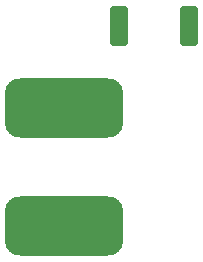
<source format=gbr>
%TF.GenerationSoftware,KiCad,Pcbnew,(6.0.1)*%
%TF.CreationDate,2022-06-01T15:29:14+03:00*%
%TF.ProjectId,Power,506f7765-722e-46b6-9963-61645f706362,rev?*%
%TF.SameCoordinates,Original*%
%TF.FileFunction,Paste,Top*%
%TF.FilePolarity,Positive*%
%FSLAX46Y46*%
G04 Gerber Fmt 4.6, Leading zero omitted, Abs format (unit mm)*
G04 Created by KiCad (PCBNEW (6.0.1)) date 2022-06-01 15:29:14*
%MOMM*%
%LPD*%
G01*
G04 APERTURE LIST*
G04 Aperture macros list*
%AMRoundRect*
0 Rectangle with rounded corners*
0 $1 Rounding radius*
0 $2 $3 $4 $5 $6 $7 $8 $9 X,Y pos of 4 corners*
0 Add a 4 corners polygon primitive as box body*
4,1,4,$2,$3,$4,$5,$6,$7,$8,$9,$2,$3,0*
0 Add four circle primitives for the rounded corners*
1,1,$1+$1,$2,$3*
1,1,$1+$1,$4,$5*
1,1,$1+$1,$6,$7*
1,1,$1+$1,$8,$9*
0 Add four rect primitives between the rounded corners*
20,1,$1+$1,$2,$3,$4,$5,0*
20,1,$1+$1,$4,$5,$6,$7,0*
20,1,$1+$1,$6,$7,$8,$9,0*
20,1,$1+$1,$8,$9,$2,$3,0*%
G04 Aperture macros list end*
%ADD10RoundRect,1.250000X3.750000X-1.250000X3.750000X1.250000X-3.750000X1.250000X-3.750000X-1.250000X0*%
%ADD11RoundRect,0.249999X-0.512501X-1.425001X0.512501X-1.425001X0.512501X1.425001X-0.512501X1.425001X0*%
G04 APERTURE END LIST*
D10*
%TO.C,L1*%
X69596000Y-76120000D03*
X69596000Y-66120000D03*
%TD*%
D11*
%TO.C,F1*%
X74228500Y-59182000D03*
X80203500Y-59182000D03*
%TD*%
M02*

</source>
